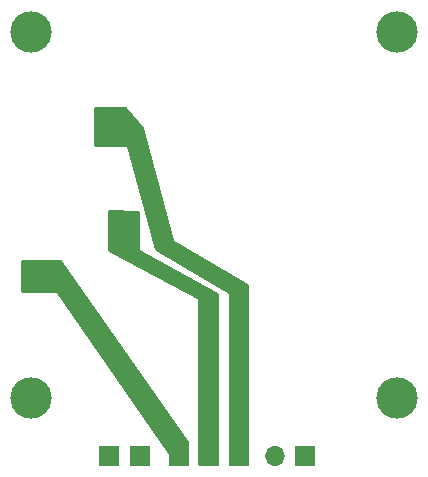
<source format=gbr>
G04 #@! TF.FileFunction,Soldermask,Bot*
%FSLAX46Y46*%
G04 Gerber Fmt 4.6, Leading zero omitted, Abs format (unit mm)*
G04 Created by KiCad (PCBNEW 4.0.6) date 07/23/18 20:20:06*
%MOMM*%
%LPD*%
G01*
G04 APERTURE LIST*
%ADD10C,0.100000*%
%ADD11C,3.500000*%
%ADD12R,1.700000X1.700000*%
%ADD13O,1.700000X1.700000*%
%ADD14C,1.000000*%
%ADD15C,0.254000*%
G04 APERTURE END LIST*
D10*
D11*
X50000000Y-81000000D03*
X81000000Y-81000000D03*
X81000000Y-50000000D03*
D12*
X73200000Y-85900000D03*
D13*
X70660000Y-85900000D03*
D12*
X56600000Y-85900000D03*
X59200000Y-85900000D03*
X62500000Y-85900000D03*
X65040000Y-85900000D03*
X67580000Y-85900000D03*
D11*
X50000000Y-50000000D03*
D14*
X56050000Y-57125000D03*
X57250000Y-57100000D03*
X57250000Y-58900000D03*
X56075000Y-58875000D03*
X51700000Y-70075000D03*
X51725000Y-71275000D03*
X49925000Y-71275000D03*
X49950000Y-70100000D03*
X57200000Y-65900000D03*
X58400000Y-65875000D03*
X58400000Y-67675000D03*
X57225000Y-67650000D03*
D15*
G36*
X59434821Y-58161502D02*
X61927140Y-67682162D01*
X61949333Y-67727428D01*
X61986436Y-67759948D01*
X68323000Y-71423274D01*
X68323000Y-86623000D01*
X66827000Y-86623000D01*
X66827000Y-72150000D01*
X66816994Y-72100590D01*
X66788553Y-72058965D01*
X66764046Y-72040332D01*
X60559207Y-68416706D01*
X58222700Y-59667233D01*
X58200285Y-59622078D01*
X58162068Y-59589200D01*
X58100000Y-59573000D01*
X55427000Y-59573000D01*
X55427000Y-56477000D01*
X57942833Y-56477000D01*
X59434821Y-58161502D01*
X59434821Y-58161502D01*
G37*
X59434821Y-58161502D02*
X61927140Y-67682162D01*
X61949333Y-67727428D01*
X61986436Y-67759948D01*
X68323000Y-71423274D01*
X68323000Y-86623000D01*
X66827000Y-86623000D01*
X66827000Y-72150000D01*
X66816994Y-72100590D01*
X66788553Y-72058965D01*
X66764046Y-72040332D01*
X60559207Y-68416706D01*
X58222700Y-59667233D01*
X58200285Y-59622078D01*
X58162068Y-59589200D01*
X58100000Y-59573000D01*
X55427000Y-59573000D01*
X55427000Y-56477000D01*
X57942833Y-56477000D01*
X59434821Y-58161502D01*
G36*
X59073000Y-65274670D02*
X59073000Y-68500000D01*
X59083006Y-68549410D01*
X59111447Y-68591035D01*
X59139244Y-68611525D01*
X65773000Y-72225437D01*
X65773000Y-86623000D01*
X64277000Y-86623000D01*
X64277000Y-72650000D01*
X64266994Y-72600590D01*
X64238553Y-72558965D01*
X64209992Y-72538063D01*
X56627000Y-68473976D01*
X56627000Y-65229373D01*
X59073000Y-65274670D01*
X59073000Y-65274670D01*
G37*
X59073000Y-65274670D02*
X59073000Y-68500000D01*
X59083006Y-68549410D01*
X59111447Y-68591035D01*
X59139244Y-68611525D01*
X65773000Y-72225437D01*
X65773000Y-86623000D01*
X64277000Y-86623000D01*
X64277000Y-72650000D01*
X64266994Y-72600590D01*
X64238553Y-72558965D01*
X64209992Y-72538063D01*
X56627000Y-68473976D01*
X56627000Y-65229373D01*
X59073000Y-65274670D01*
G36*
X63223000Y-84740245D02*
X63223000Y-86623000D01*
X61777000Y-86623000D01*
X61777000Y-85800000D01*
X61766994Y-85750590D01*
X61754487Y-85727809D01*
X52254487Y-71977809D01*
X52218168Y-71942846D01*
X52150000Y-71923000D01*
X49227000Y-71923000D01*
X49227000Y-69427000D01*
X52434123Y-69427000D01*
X63223000Y-84740245D01*
X63223000Y-84740245D01*
G37*
X63223000Y-84740245D02*
X63223000Y-86623000D01*
X61777000Y-86623000D01*
X61777000Y-85800000D01*
X61766994Y-85750590D01*
X61754487Y-85727809D01*
X52254487Y-71977809D01*
X52218168Y-71942846D01*
X52150000Y-71923000D01*
X49227000Y-71923000D01*
X49227000Y-69427000D01*
X52434123Y-69427000D01*
X63223000Y-84740245D01*
M02*

</source>
